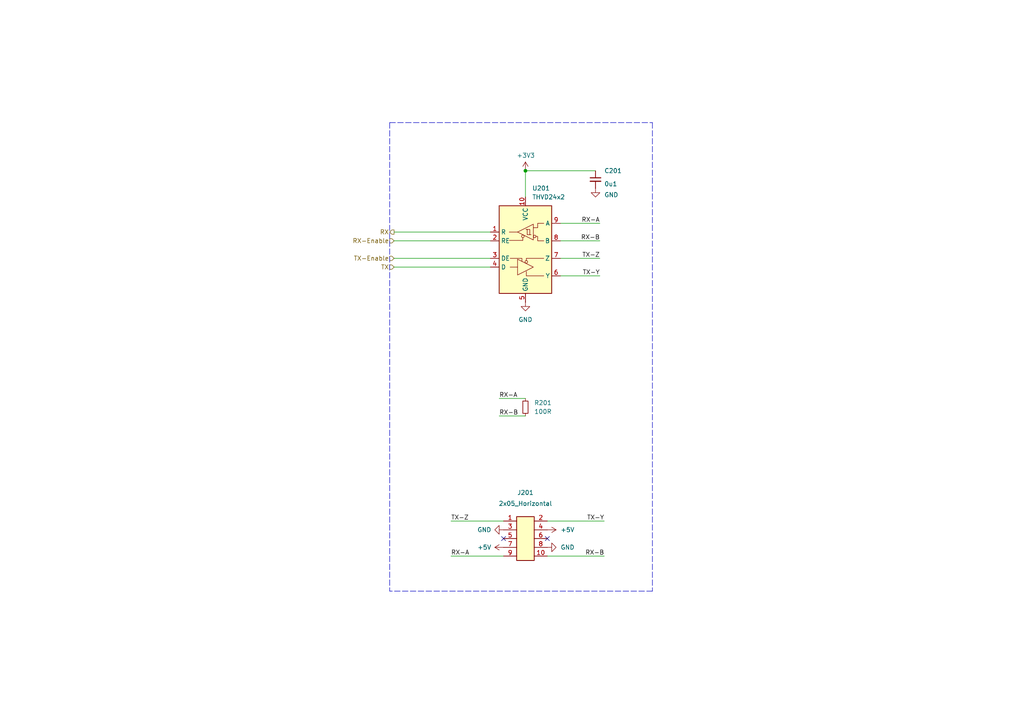
<source format=kicad_sch>
(kicad_sch (version 20250114) (generator "eeschema") (generator_version "9.0")
  (paper "A4")
  (title_block (title "V2 Link") (date "2025-10-27") (rev "3") (company "Socket"))
  (lib_symbols
    (symbol "Device:C_Small" (pin_numbers (hide yes)) (pin_names (offset 0.254) (hide yes))
      (property "Reference" "C" (at 0.254 1.778 0))
      (property "Value" "C_Small" (at 0.254 -2.032 0))
      (symbol "C_Small_0_1"
        (polyline (pts (xy -1.524 0.508) (xy 1.524 0.508)) (stroke (width 0.3048)))
        (polyline (pts (xy -1.524 -0.508) (xy 1.524 -0.508)) (stroke (width 0.3302)))
      )
      (symbol "C_Small_1_1"
        (pin passive line (at 0 2.54 270) (length 2.032) (name "~") (number "1"))
        (pin passive line (at 0 -2.54 90) (length 2.032) (name "~") (number "2"))
      )
    )
    (symbol "Device:R_Small" (pin_numbers (hide yes)) (pin_names (offset 0.254) (hide yes))
      (property "Reference" "R" (at 0 0 90))
      (property "Value" "R_Small" (at 1.778 0 90))
      (symbol "R_Small_0_1"
        (rectangle (start -0.762 1.778) (end 0.762 -1.778) (stroke (width 0.2032)))
      )
      (symbol "R_Small_1_1"
        (pin passive line (at 0 2.54 270) (length 0.762) (name "~") (number "1"))
        (pin passive line (at 0 -2.54 90) (length 0.762) (name "~") (number "2"))
      )
    )
    (symbol "V2_Connector_Header_1.27mm:2x05_Horizontal" (pin_names (hide yes))
      (property "Reference" "J" (at 0 12.7 0))
      (property "Value" "2x05_Horizontal" (at 1.27 10.16 0))
      (symbol "2x05_Horizontal_1_1"
        (rectangle (start -2.54 6.35) (end 2.54 -6.35) (stroke (width 0.254)) (fill (type background)))
        (pin passive line (at -6.35 5.08 0) (length 3.81) (name "Pin_1") (number "1"))
        (pin passive line (at -6.35 2.54 0) (length 3.81) (name "Pin_3") (number "3"))
        (pin passive line (at -6.35 0 0) (length 3.81) (name "Pin_5") (number "5"))
        (pin passive line (at -6.35 -2.54 0) (length 3.81) (name "Pin_7") (number "7"))
        (pin passive line (at -6.35 -5.08 0) (length 3.81) (name "Pin_9") (number "9"))
        (pin passive line (at 6.35 5.08 180) (length 3.81) (name "Pin_2") (number "2"))
        (pin passive line (at 6.35 2.54 180) (length 3.81) (name "Pin_4") (number "4"))
        (pin passive line (at 6.35 0 180) (length 3.81) (name "Pin_6") (number "6"))
        (pin passive line (at 6.35 -2.54 180) (length 3.81) (name "Pin_8") (number "8"))
        (pin passive line (at 6.35 -5.08 180) (length 3.81) (name "Pin_10") (number "10"))
      )
    )
    (symbol "V2_Interface_RS485:THVD24x2"
      (property "Reference" "U" (at 2.54 17.78 0))
      (property "Value" "THVD24x2" (at 2.54 15.24 0))
      (symbol "THVD24x2_0_1"
        (rectangle (start -7.62 12.7) (end 7.62 -12.7) (stroke (width 0.254)) (fill (type background)))
        (polyline (pts (xy -4.445 -5.08) (xy -2.286 -5.08)))
        (polyline (pts (xy -2.286 5.08) (xy -4.699 5.08)))
        (polyline (pts (xy -2.286 -2.794) (xy -2.286 -7.366) (xy 2.286 -5.08) (xy -2.286 -2.794)))
        (polyline (pts (xy -1.016 -3.429) (xy -1.016 -2.54) (xy -4.445 -2.54)))
        (polyline (pts (xy -0.762 3.429) (xy -0.762 2.667)))
        (polyline (pts (xy -0.762 2.667) (xy -4.699 2.667)))
        (circle (center -0.7445 3.8547) (radius 0.381))
        (circle (center 0.254 -3.556) (radius 0.381))
        (polyline (pts (xy 1.27 4.318) (xy 1.27 5.842) (xy 0.381 5.842)))
        (polyline (pts (xy 1.651 4.318) (xy 0.635 4.318) (xy 0.508 4.318) (xy 0.508 5.842) (xy 0.127 5.842)))
        (polyline (pts (xy 2.286 7.366) (xy 2.286 2.794) (xy -2.286 5.08) (xy 2.286 7.366)))
        (polyline (pts (xy 2.286 6.35) (xy 3.556 6.35) (xy 3.556 7.62) (xy 5.334 7.62)))
        (circle (center 2.667 3.81) (radius 0.381))
        (polyline (pts (xy 3.048 3.81) (xy 3.556 3.81) (xy 3.556 2.54) (xy 5.334 2.54)))
        (polyline (pts (xy 5.334 -2.54) (xy 0.254 -2.54) (xy 0.254 -3.175)))
        (polyline (pts (xy 5.334 -7.62) (xy 0.254 -7.62) (xy 0.254 -6.35)))
      )
      (symbol "THVD24x2_1_1"
        (pin output line (at -10.16 5.08 0) (length 2.54) (name "R") (number "1"))
        (pin input line (at -10.16 2.54 0) (length 2.54) (name "RE") (number "2"))
        (pin input line (at -10.16 -2.54 0) (length 2.54) (name "DE") (number "3"))
        (pin input line (at -10.16 -5.08 0) (length 2.54) (name "D") (number "4"))
        (pin power_in line (at 0 15.24 270) (length 2.54) (name "VCC") (number "10"))
        (pin passive line (at 0 -15.24 90) (length 2.54) (hide yes) (name "GND") (number "11"))
        (pin power_in line (at 0 -15.24 90) (length 2.54) (name "GND") (number "5"))
        (pin input line (at 10.16 7.62 180) (length 2.54) (name "A") (number "9"))
        (pin input line (at 10.16 2.54 180) (length 2.54) (name "B") (number "8"))
        (pin output line (at 10.16 -2.54 180) (length 2.54) (name "Z") (number "7"))
        (pin output line (at 10.16 -7.62 180) (length 2.54) (name "Y") (number "6"))
      )
    )
    (symbol "power:+3V3" (power) (pin_numbers (hide yes)) (pin_names (offset 0) (hide yes))
      (property "Value" "+3V3" (at 0 3.556 0))
      (symbol "+3V3_0_1"
        (polyline (pts (xy -0.762 1.27) (xy 0 2.54)))
        (polyline (pts (xy 0 2.54) (xy 0.762 1.27)))
        (polyline (pts (xy 0 0) (xy 0 2.54)))
      )
      (symbol "+3V3_1_1"
        (pin power_in line (at 0 0 90) (length 0) (name "~") (number "1"))
      )
    )
    (symbol "power:+5V" (power) (pin_numbers (hide yes)) (pin_names (offset 0) (hide yes))
      (property "Value" "+5V" (at 0 3.556 0))
      (symbol "+5V_0_1"
        (polyline (pts (xy -0.762 1.27) (xy 0 2.54)))
        (polyline (pts (xy 0 2.54) (xy 0.762 1.27)))
        (polyline (pts (xy 0 0) (xy 0 2.54)))
      )
      (symbol "+5V_1_1"
        (pin power_in line (at 0 0 90) (length 0) (name "~") (number "1"))
      )
    )
    (symbol "power:GND" (power) (pin_numbers (hide yes)) (pin_names (offset 0) (hide yes))
      (property "Value" "GND" (at 0 -3.81 0))
      (symbol "GND_0_1"
        (polyline (pts (xy 0 0) (xy 0 -1.27) (xy 1.27 -1.27) (xy 0 -2.54) (xy -1.27 -1.27) (xy 0 -1.27)))
      )
      (symbol "GND_1_1"
        (pin power_in line (at 0 0 270) (length 0) (name "~") (number "1"))
      )
    )
  )
  (junction (at 152.4 49.53))
  (no_connect (at 146.05 156.21))
  (no_connect (at 158.75 156.21))
  (wire (pts (xy 114.3 74.93) (xy 142.24 74.93)))
  (wire (pts (xy 152.4 49.53) (xy 172.72 49.53)))
  (wire (pts (xy 146.05 161.29) (xy 130.81 161.29)))
  (polyline (pts (xy 113.03 35.56) (xy 113.03 171.45)) (stroke (width 0) (type dash)))
  (wire (pts (xy 158.75 161.29) (xy 175.26 161.29)))
  (polyline (pts (xy 113.03 35.56) (xy 189.23 35.56)) (stroke (width 0) (type dash)))
  (wire (pts (xy 114.3 67.31) (xy 142.24 67.31)))
  (wire (pts (xy 162.56 80.01) (xy 173.99 80.01)))
  (wire (pts (xy 152.4 120.65) (xy 144.78 120.65)))
  (wire (pts (xy 114.3 69.85) (xy 142.24 69.85)))
  (wire (pts (xy 146.05 151.13) (xy 130.81 151.13)))
  (wire (pts (xy 162.56 69.85) (xy 173.99 69.85)))
  (wire (pts (xy 158.75 151.13) (xy 175.26 151.13)))
  (wire (pts (xy 162.56 74.93) (xy 173.99 74.93)))
  (wire (pts (xy 152.4 49.53) (xy 152.4 57.15)))
  (polyline (pts (xy 189.23 35.56) (xy 189.23 171.45)) (stroke (width 0) (type dash)))
  (wire (pts (xy 162.56 64.77) (xy 173.99 64.77)))
  (polyline (pts (xy 189.23 171.45) (xy 113.03 171.45)) (stroke (width 0) (type dash)))
  (wire (pts (xy 114.3 77.47) (xy 142.24 77.47)))
  (wire (pts (xy 144.78 115.57) (xy 152.4 115.57)))
  (label "RX-A" (at 130.81 161.29 0))
  (label "RX-B" (at 175.26 161.29 180))
  (label "RX-B" (at 144.78 120.65 0))
  (label "RX-A" (at 144.78 115.57 0))
  (label "TX-Y" (at 173.99 80.01 180))
  (label "TX-Y" (at 175.26 151.13 180))
  (label "RX-A" (at 173.99 64.77 180))
  (label "RX-B" (at 173.99 69.85 180))
  (label "TX-Z" (at 130.81 151.13 0))
  (label "TX-Z" (at 173.99 74.93 180))
  (hierarchical_label "RX-Enable" (shape input) (at 114.3 69.85 180))
  (hierarchical_label "TX" (shape input) (at 114.3 77.47 180))
  (hierarchical_label "TX-Enable" (shape input) (at 114.3 74.93 180))
  (hierarchical_label "RX" (shape output) (at 114.3 67.31 180))
  (symbol (lib_id "power:+3V3") (at 152.4 49.53 0) (unit 1)
    (property "Reference" "#PWR0201" (effects (hide yes)))
    (property "Value" "+3V3" (at 149.86 45.085 0) (effects (justify left)))
  )
  (symbol (lib_id "power:GND") (at 152.4 87.63 0) (unit 1)
    (property "Reference" "#PWR0203" (effects (hide yes)))
    (property "Value" "GND" (at 152.4 92.71 0))
  )
  (symbol (lib_id "power:GND") (at 172.72 54.61 0) (unit 1)
    (property "Reference" "#PWR0202" (effects (hide yes)))
    (property "Value" "GND" (at 175.26 56.515 0) (effects (justify left)))
  )
  (symbol (lib_id "V2_Interface_RS485:THVD24x2") (at 152.4 72.39 0) (unit 1)
    (property "Reference" "U201" (at 154.3559 54.61 0) (effects (justify left)))
    (property "Value" "THVD24x2" (at 154.3559 57.15 0) (effects (justify left)))
    (property "Footprint" "V2_Package_SON:VSON-10-4-1EP_3x3mm_P0.5mm_EP1.65x2.4mm_ThermalVias" (effects (hide yes)))
  )
  (symbol (lib_id "Device:R_Small") (at 152.4 118.11 0) (unit 1)
    (property "Reference" "R201" (at 157.48 116.84 0))
    (property "Value" "100R" (at 157.48 119.38 0))
    (property "Footprint" "Resistor_SMD:R_0603_1608Metric" (effects (hide yes)))
  )
  (symbol (lib_id "power:GND") (at 146.05 153.67 270) (unit 1)
    (property "Reference" "#PWR0204" (effects (hide yes)))
    (property "Value" "GND" (at 138.43 153.6699 90) (effects (justify left)))
  )
  (symbol (lib_id "V2_Connector_Header_1.27mm:2x05_Horizontal") (at 152.4 156.21 0) (unit 1) (exclude_from_sim yes)
    (property "Reference" "J201" (at 152.4 142.875 0))
    (property "Value" "2x05_Horizontal" (at 152.4 146.05 0))
    (property "Footprint" "V2_Connector_Header_1.27mm:PinHeader_2x05_P1.27mm_Horizontal" (effects (hide yes)))
  )
  (symbol (lib_id "Device:C_Small") (at 172.72 52.07 0) (unit 1)
    (property "Reference" "C201" (at 175.26 49.5362 0) (effects (justify left)))
    (property "Value" "0u1" (at 175.26 53.3462 0) (effects (justify left)))
    (property "Footprint" "Capacitor_SMD:C_0603_1608Metric" (effects (hide yes)))
  )
  (symbol (lib_id "power:GND") (at 158.75 158.75 90) (unit 1)
    (property "Reference" "#PWR0207" (effects (hide yes)))
    (property "Value" "GND" (at 162.56 158.75 90) (effects (justify right)))
  )
  (symbol (lib_id "power:+5V") (at 146.05 158.75 90) (unit 1)
    (property "Reference" "#PWR0206" (effects (hide yes)))
    (property "Value" "+5V" (at 138.43 158.75 90) (effects (justify right)))
  )
  (symbol (lib_id "power:+5V") (at 158.75 153.67 270) (unit 1)
    (property "Reference" "#PWR0205" (effects (hide yes)))
    (property "Value" "+5V" (at 162.56 153.67 90) (effects (justify left)))
  )
)
</source>
